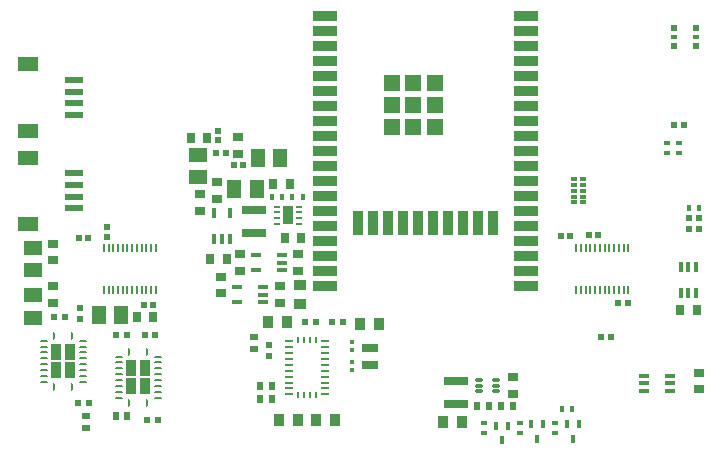
<source format=gtp>
G04*
G04 #@! TF.GenerationSoftware,Altium Limited,Altium Designer,20.0.13 (296)*
G04*
G04 Layer_Color=8421504*
%FSLAX44Y44*%
%MOMM*%
G71*
G01*
G75*
%ADD15R,0.9200X1.3300*%
G04:AMPARAMS|DCode=16|XSize=0.24mm|YSize=0.6mm|CornerRadius=0.06mm|HoleSize=0mm|Usage=FLASHONLY|Rotation=90.000|XOffset=0mm|YOffset=0mm|HoleType=Round|Shape=RoundedRectangle|*
%AMROUNDEDRECTD16*
21,1,0.2400,0.4800,0,0,90.0*
21,1,0.1200,0.6000,0,0,90.0*
1,1,0.1200,0.2400,0.0600*
1,1,0.1200,0.2400,-0.0600*
1,1,0.1200,-0.2400,-0.0600*
1,1,0.1200,-0.2400,0.0600*
%
%ADD16ROUNDEDRECTD16*%
G04:AMPARAMS|DCode=17|XSize=0.25mm|YSize=0.65mm|CornerRadius=0.0625mm|HoleSize=0mm|Usage=FLASHONLY|Rotation=0.000|XOffset=0mm|YOffset=0mm|HoleType=Round|Shape=RoundedRectangle|*
%AMROUNDEDRECTD17*
21,1,0.2500,0.5250,0,0,0.0*
21,1,0.1250,0.6500,0,0,0.0*
1,1,0.1250,0.0625,-0.2625*
1,1,0.1250,-0.0625,-0.2625*
1,1,0.1250,-0.0625,0.2625*
1,1,0.1250,0.0625,0.2625*
%
%ADD17ROUNDEDRECTD17*%
%ADD18R,0.6200X0.6200*%
%ADD19R,0.1500X0.6500*%
%ADD20R,2.0000X0.9000*%
%ADD21R,1.3300X1.3300*%
%ADD22R,0.9000X2.0000*%
%ADD23R,0.9000X0.7000*%
%ADD24R,0.6200X0.6200*%
%ADD25R,0.6500X0.5500*%
%ADD26R,0.5500X0.6500*%
%ADD27R,0.7000X0.9000*%
%ADD28R,0.8500X0.3500*%
%ADD29R,0.3500X0.8500*%
G04:AMPARAMS|DCode=30|XSize=0.3mm|YSize=0.67mm|CornerRadius=0.0495mm|HoleSize=0mm|Usage=FLASHONLY|Rotation=270.000|XOffset=0mm|YOffset=0mm|HoleType=Round|Shape=RoundedRectangle|*
%AMROUNDEDRECTD30*
21,1,0.3000,0.5710,0,0,270.0*
21,1,0.2010,0.6700,0,0,270.0*
1,1,0.0990,-0.2855,-0.1005*
1,1,0.0990,-0.2855,0.1005*
1,1,0.0990,0.2855,0.1005*
1,1,0.0990,0.2855,-0.1005*
%
%ADD30ROUNDEDRECTD30*%
%ADD31R,2.0000X0.8000*%
%ADD32R,0.9000X1.0000*%
%ADD33R,0.4500X0.5500*%
%ADD34R,0.9000X1.6000*%
%ADD35R,0.5000X0.2800*%
%ADD36R,0.5200X0.5200*%
%ADD37R,0.6000X0.6000*%
%ADD38R,0.6000X0.4000*%
%ADD39R,0.5500X0.3000*%
%ADD40R,0.5500X0.4000*%
%ADD41R,1.3000X1.5000*%
%ADD42R,1.5000X1.3000*%
%ADD43R,0.5200X0.5200*%
%ADD44R,1.5500X0.6000*%
%ADD45R,1.8000X1.2000*%
%ADD46R,0.3000X0.7100*%
%ADD47R,0.5500X0.4500*%
%ADD48R,0.6750X0.2500*%
%ADD49R,0.2500X0.5750*%
%ADD50R,1.4000X0.7500*%
%ADD51R,1.0000X0.9000*%
%ADD52R,0.4200X0.4600*%
%ADD53R,0.3500X0.8500*%
%ADD54R,0.8500X0.3500*%
G36*
X363000Y309300D02*
X349700D01*
Y322600D01*
X363000D01*
Y309300D01*
D02*
G37*
G36*
X344650D02*
X331350D01*
Y322600D01*
X344650D01*
Y309300D01*
D02*
G37*
G36*
X326300D02*
X313000D01*
Y322600D01*
X326300D01*
Y309300D01*
D02*
G37*
G36*
X363000Y290950D02*
X349700D01*
Y304250D01*
X363000D01*
Y290950D01*
D02*
G37*
G36*
X344650D02*
X331350D01*
Y304250D01*
X344650D01*
Y290950D01*
D02*
G37*
G36*
X326300D02*
X313000D01*
Y304250D01*
X326300D01*
Y290950D01*
D02*
G37*
G36*
X363000Y272600D02*
X349700D01*
Y285900D01*
X363000D01*
Y272600D01*
D02*
G37*
G36*
X344650D02*
X331350D01*
Y285900D01*
X344650D01*
Y272600D01*
D02*
G37*
G36*
X326300D02*
X313000D01*
Y285900D01*
X326300D01*
Y272600D01*
D02*
G37*
D15*
X47100Y88200D02*
D03*
X35900D02*
D03*
X47100Y72800D02*
D03*
X35900D02*
D03*
X110600Y74700D02*
D03*
X99400D02*
D03*
X110600Y59300D02*
D03*
X99400D02*
D03*
D16*
X25000Y98000D02*
D03*
Y93000D02*
D03*
Y88000D02*
D03*
Y83000D02*
D03*
Y78000D02*
D03*
Y73000D02*
D03*
Y68000D02*
D03*
X58000Y63000D02*
D03*
Y68000D02*
D03*
Y73000D02*
D03*
Y78000D02*
D03*
Y83000D02*
D03*
Y88000D02*
D03*
Y93000D02*
D03*
X25000Y63000D02*
D03*
X58000Y98000D02*
D03*
X88500Y84500D02*
D03*
Y79500D02*
D03*
Y74500D02*
D03*
Y69500D02*
D03*
Y64500D02*
D03*
Y59500D02*
D03*
Y54500D02*
D03*
X121500Y49500D02*
D03*
Y54500D02*
D03*
Y59500D02*
D03*
Y64500D02*
D03*
Y69500D02*
D03*
Y74500D02*
D03*
Y79500D02*
D03*
X88500Y49500D02*
D03*
X121500Y84500D02*
D03*
D17*
X49000Y102000D02*
D03*
X34000D02*
D03*
X49000Y59000D02*
D03*
X34000D02*
D03*
X112500Y88500D02*
D03*
X97500D02*
D03*
X112500Y45500D02*
D03*
X97500D02*
D03*
D18*
X567364Y280162D02*
D03*
X558364D02*
D03*
X54500Y45000D02*
D03*
X63500D02*
D03*
X34000Y118000D02*
D03*
X43000D02*
D03*
X110500Y103000D02*
D03*
X119500D02*
D03*
X86500D02*
D03*
X95500D02*
D03*
X112500Y31000D02*
D03*
X121500D02*
D03*
X269500Y114000D02*
D03*
X278500D02*
D03*
X255500Y114000D02*
D03*
X246500D02*
D03*
D19*
X76000Y176750D02*
D03*
X80000D02*
D03*
X84000D02*
D03*
X88000D02*
D03*
X92000D02*
D03*
X96000D02*
D03*
X100000D02*
D03*
X104000D02*
D03*
X108000D02*
D03*
X112000D02*
D03*
X116000D02*
D03*
X120000D02*
D03*
X76000Y141250D02*
D03*
X80000D02*
D03*
X84000D02*
D03*
X88000D02*
D03*
X92000D02*
D03*
X96000D02*
D03*
X100000D02*
D03*
X104000D02*
D03*
X108000D02*
D03*
X112000D02*
D03*
X116000D02*
D03*
X120000D02*
D03*
X476000Y176750D02*
D03*
X480000D02*
D03*
X484000D02*
D03*
X488000D02*
D03*
X492000D02*
D03*
X496000D02*
D03*
X500000D02*
D03*
X504000D02*
D03*
X508000D02*
D03*
X512000D02*
D03*
X516000D02*
D03*
X520000D02*
D03*
X476000Y141250D02*
D03*
X480000D02*
D03*
X484000D02*
D03*
X488000D02*
D03*
X492000D02*
D03*
X496000D02*
D03*
X500000D02*
D03*
X504000D02*
D03*
X508000D02*
D03*
X512000D02*
D03*
X516000D02*
D03*
X520000D02*
D03*
D20*
X433000Y194800D02*
D03*
X263000D02*
D03*
Y182100D02*
D03*
Y169400D02*
D03*
Y156700D02*
D03*
Y144000D02*
D03*
X433000D02*
D03*
Y156700D02*
D03*
Y169400D02*
D03*
Y182100D02*
D03*
Y207500D02*
D03*
Y220200D02*
D03*
Y232900D02*
D03*
Y245600D02*
D03*
Y258300D02*
D03*
Y271000D02*
D03*
Y283700D02*
D03*
Y296400D02*
D03*
Y309100D02*
D03*
Y321800D02*
D03*
Y334500D02*
D03*
Y347200D02*
D03*
Y359900D02*
D03*
Y372600D02*
D03*
X263000D02*
D03*
Y359900D02*
D03*
Y347200D02*
D03*
Y334500D02*
D03*
Y321800D02*
D03*
Y309100D02*
D03*
Y296400D02*
D03*
Y283700D02*
D03*
Y271000D02*
D03*
Y258300D02*
D03*
Y245600D02*
D03*
Y232900D02*
D03*
Y220200D02*
D03*
Y207500D02*
D03*
D21*
X356350Y279250D02*
D03*
X319650Y315950D02*
D03*
X338000D02*
D03*
X356350D02*
D03*
X319650Y297600D02*
D03*
X338000D02*
D03*
X356350D02*
D03*
X319650Y279250D02*
D03*
X338000D02*
D03*
D22*
X290850Y197500D02*
D03*
X303550D02*
D03*
X316250D02*
D03*
X328950D02*
D03*
X341650D02*
D03*
X354350D02*
D03*
X367050D02*
D03*
X379750D02*
D03*
X392450D02*
D03*
X405150D02*
D03*
D23*
X225000Y130000D02*
D03*
Y144000D02*
D03*
X33000Y144000D02*
D03*
Y130000D02*
D03*
X240000Y171000D02*
D03*
Y157000D02*
D03*
X175000Y138000D02*
D03*
Y152000D02*
D03*
X191000Y157000D02*
D03*
Y171000D02*
D03*
X157000Y222000D02*
D03*
Y208000D02*
D03*
X422000Y53000D02*
D03*
Y67000D02*
D03*
X190000Y256000D02*
D03*
Y270000D02*
D03*
X172000Y232000D02*
D03*
Y218000D02*
D03*
X33000Y180000D02*
D03*
Y166000D02*
D03*
X580000Y71000D02*
D03*
Y57000D02*
D03*
D24*
X56000Y116500D02*
D03*
Y125500D02*
D03*
X216000Y85000D02*
D03*
Y94000D02*
D03*
D25*
X61000Y24000D02*
D03*
Y34000D02*
D03*
X203000Y91000D02*
D03*
Y101000D02*
D03*
D26*
X96000Y34000D02*
D03*
X86000D02*
D03*
X422000Y43000D02*
D03*
X412000D02*
D03*
X402000Y43000D02*
D03*
X392000D02*
D03*
X218000Y60000D02*
D03*
X208000D02*
D03*
X218000Y49000D02*
D03*
X208000D02*
D03*
D27*
X166000Y167000D02*
D03*
X180000D02*
D03*
X229000Y185000D02*
D03*
X243000D02*
D03*
X219473Y230456D02*
D03*
X233473D02*
D03*
X163486Y269704D02*
D03*
X149486D02*
D03*
X118000Y118000D02*
D03*
X104000D02*
D03*
X578000Y124000D02*
D03*
X564000D02*
D03*
D28*
X211000Y137000D02*
D03*
Y130500D02*
D03*
X189000D02*
D03*
X211000Y143500D02*
D03*
X189000D02*
D03*
X227000Y164000D02*
D03*
Y157500D02*
D03*
X205000D02*
D03*
X227000Y170500D02*
D03*
X205000D02*
D03*
D29*
X182500Y206000D02*
D03*
Y184000D02*
D03*
X169500Y206000D02*
D03*
Y184000D02*
D03*
X176000D02*
D03*
D30*
X393600Y60000D02*
D03*
X408400Y55000D02*
D03*
Y60000D02*
D03*
Y65000D02*
D03*
X393600D02*
D03*
Y55000D02*
D03*
D31*
X374000Y64000D02*
D03*
Y44000D02*
D03*
X203000Y209000D02*
D03*
Y189000D02*
D03*
D32*
X363000Y29000D02*
D03*
X379000D02*
D03*
X240000Y31000D02*
D03*
X224000D02*
D03*
X272000D02*
D03*
X256000D02*
D03*
X309000Y112000D02*
D03*
X293000D02*
D03*
X215000Y114000D02*
D03*
X231000D02*
D03*
D33*
X244500Y220000D02*
D03*
X235500D02*
D03*
X227000D02*
D03*
X218000D02*
D03*
X463500Y40000D02*
D03*
X472500D02*
D03*
X571086Y210268D02*
D03*
X580086D02*
D03*
D34*
X232000Y204000D02*
D03*
D35*
X241500Y196500D02*
D03*
Y201500D02*
D03*
Y206500D02*
D03*
Y211500D02*
D03*
X222500Y196500D02*
D03*
Y201500D02*
D03*
Y206500D02*
D03*
Y211500D02*
D03*
D36*
X519500Y130000D02*
D03*
X511500D02*
D03*
X486500Y187500D02*
D03*
X494500D02*
D03*
X471000Y187000D02*
D03*
X463000D02*
D03*
X179000Y257000D02*
D03*
X171000D02*
D03*
X194014Y246844D02*
D03*
X186014D02*
D03*
X571514Y192819D02*
D03*
X579514D02*
D03*
X571586Y201632D02*
D03*
X579586D02*
D03*
X110000Y128000D02*
D03*
X118000D02*
D03*
X505000Y101000D02*
D03*
X497000D02*
D03*
X55000Y185000D02*
D03*
X63000D02*
D03*
D37*
X559000Y362500D02*
D03*
Y347500D02*
D03*
X577000D02*
D03*
Y362500D02*
D03*
D38*
X559000Y355000D02*
D03*
X577000D02*
D03*
D39*
X481900Y215000D02*
D03*
Y220000D02*
D03*
Y230000D02*
D03*
Y235000D02*
D03*
X474100D02*
D03*
Y230000D02*
D03*
Y220000D02*
D03*
Y215000D02*
D03*
D40*
X481900Y225000D02*
D03*
X474100D02*
D03*
D41*
X206500Y253000D02*
D03*
X225500D02*
D03*
X186500Y226000D02*
D03*
X205500D02*
D03*
X90500Y120000D02*
D03*
X71500D02*
D03*
D42*
X156000Y255500D02*
D03*
Y236500D02*
D03*
X16000Y136500D02*
D03*
Y117500D02*
D03*
Y176500D02*
D03*
Y157500D02*
D03*
D43*
X172900Y275500D02*
D03*
Y267500D02*
D03*
X79000Y194000D02*
D03*
Y186000D02*
D03*
D44*
X50375Y288800D02*
D03*
Y298800D02*
D03*
Y308800D02*
D03*
Y318800D02*
D03*
Y210000D02*
D03*
Y220000D02*
D03*
Y230000D02*
D03*
Y240000D02*
D03*
D45*
X11625Y331800D02*
D03*
Y275800D02*
D03*
Y253000D02*
D03*
Y197000D02*
D03*
D46*
X448000Y27100D02*
D03*
X438000D02*
D03*
X443000Y14900D02*
D03*
X418000Y26100D02*
D03*
X408000D02*
D03*
X413000Y13900D02*
D03*
X478000Y27100D02*
D03*
X468000D02*
D03*
X473000Y14900D02*
D03*
D47*
X398000Y28500D02*
D03*
Y19500D02*
D03*
X428000Y28500D02*
D03*
Y19500D02*
D03*
X458000Y28500D02*
D03*
Y19500D02*
D03*
X562993Y256492D02*
D03*
Y265493D02*
D03*
X552993D02*
D03*
Y256492D02*
D03*
D48*
X263625Y97500D02*
D03*
Y52500D02*
D03*
Y57500D02*
D03*
Y62500D02*
D03*
Y67500D02*
D03*
Y72500D02*
D03*
Y77500D02*
D03*
Y82500D02*
D03*
Y87500D02*
D03*
Y92500D02*
D03*
X232375Y97500D02*
D03*
Y92500D02*
D03*
Y87500D02*
D03*
Y82500D02*
D03*
Y77500D02*
D03*
Y72500D02*
D03*
Y67500D02*
D03*
Y62500D02*
D03*
Y57500D02*
D03*
Y52500D02*
D03*
D49*
X240500Y51875D02*
D03*
X245500D02*
D03*
X250500D02*
D03*
X255500D02*
D03*
Y98125D02*
D03*
X250500D02*
D03*
X245500D02*
D03*
X240500D02*
D03*
D50*
X301500Y77150D02*
D03*
Y91750D02*
D03*
D51*
X242000Y129000D02*
D03*
Y145000D02*
D03*
D52*
X286250Y96500D02*
D03*
Y89900D02*
D03*
Y72900D02*
D03*
Y79500D02*
D03*
D53*
X577500Y160000D02*
D03*
X571000D02*
D03*
X564500D02*
D03*
Y138000D02*
D03*
X571000D02*
D03*
X577500D02*
D03*
D54*
X555677Y68466D02*
D03*
Y61966D02*
D03*
Y55466D02*
D03*
X533677D02*
D03*
Y61966D02*
D03*
Y68466D02*
D03*
M02*

</source>
